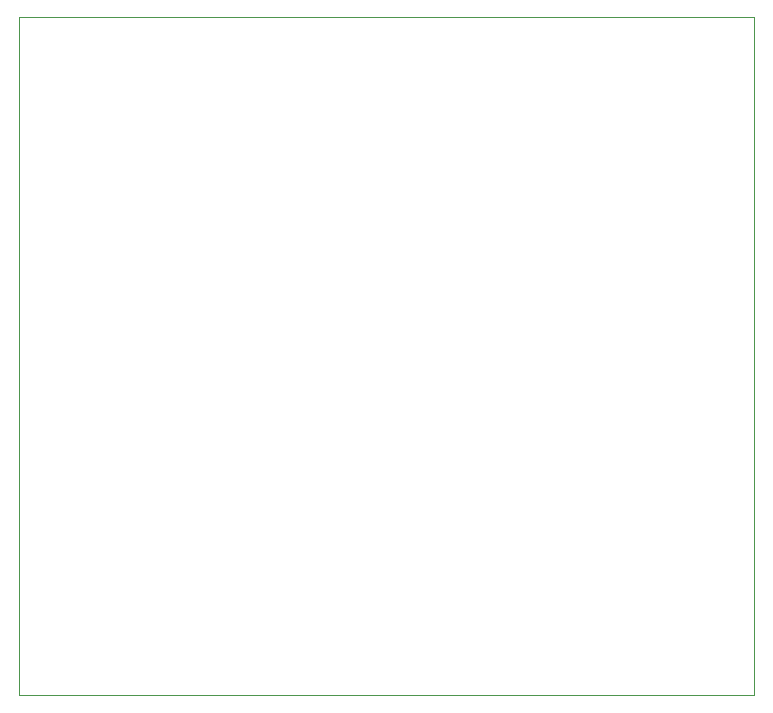
<source format=gbr>
G04 #@! TF.GenerationSoftware,KiCad,Pcbnew,(5.1.2)-2*
G04 #@! TF.CreationDate,2020-05-16T00:08:30+07:00*
G04 #@! TF.ProjectId,noname,6e6f6e61-6d65-42e6-9b69-6361645f7063,rev?*
G04 #@! TF.SameCoordinates,Original*
G04 #@! TF.FileFunction,Profile,NP*
%FSLAX46Y46*%
G04 Gerber Fmt 4.6, Leading zero omitted, Abs format (unit mm)*
G04 Created by KiCad (PCBNEW (5.1.2)-2) date 2020-05-16 00:08:30*
%MOMM*%
%LPD*%
G04 APERTURE LIST*
%ADD10C,0.100000*%
G04 APERTURE END LIST*
D10*
X108966000Y-56896000D02*
X108966000Y-57150000D01*
X171196000Y-56896000D02*
X108966000Y-56896000D01*
X171196000Y-114300000D02*
X171196000Y-56896000D01*
X167640000Y-114300000D02*
X171196000Y-114300000D01*
X108966000Y-114300000D02*
X167640000Y-114300000D01*
X108966000Y-57150000D02*
X108966000Y-114300000D01*
M02*

</source>
